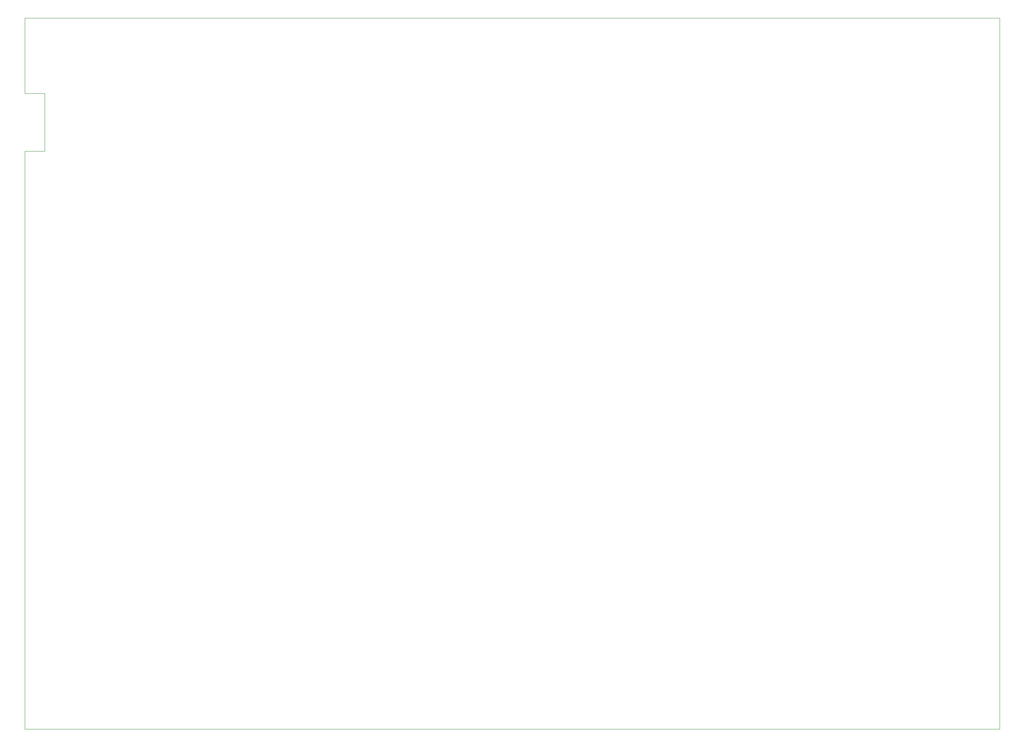
<source format=gbr>
G04 #@! TF.GenerationSoftware,KiCad,Pcbnew,(5.1.6)-1*
G04 #@! TF.CreationDate,2020-07-16T00:26:14+02:00*
G04 #@! TF.ProjectId,Hauptplatine,48617570-7470-46c6-9174-696e652e6b69,0*
G04 #@! TF.SameCoordinates,Original*
G04 #@! TF.FileFunction,Profile,NP*
%FSLAX46Y46*%
G04 Gerber Fmt 4.6, Leading zero omitted, Abs format (unit mm)*
G04 Created by KiCad (PCBNEW (5.1.6)-1) date 2020-07-16 00:26:14*
%MOMM*%
%LPD*%
G01*
G04 APERTURE LIST*
G04 #@! TA.AperFunction,Profile*
%ADD10C,0.100000*%
G04 #@! TD*
G04 APERTURE END LIST*
D10*
X100000000Y-71500000D02*
X100000000Y-202000000D01*
X100000000Y-58500000D02*
X100000000Y-41500000D01*
X104500000Y-58500000D02*
X100000000Y-58500000D01*
X104500000Y-58500000D02*
X104500000Y-71500000D01*
X100000000Y-71500000D02*
X104500000Y-71500000D01*
X320000000Y-202000000D02*
X100000000Y-202000000D01*
X320000000Y-41500000D02*
X320000000Y-202000000D01*
X100000000Y-41500000D02*
X320000000Y-41500000D01*
M02*

</source>
